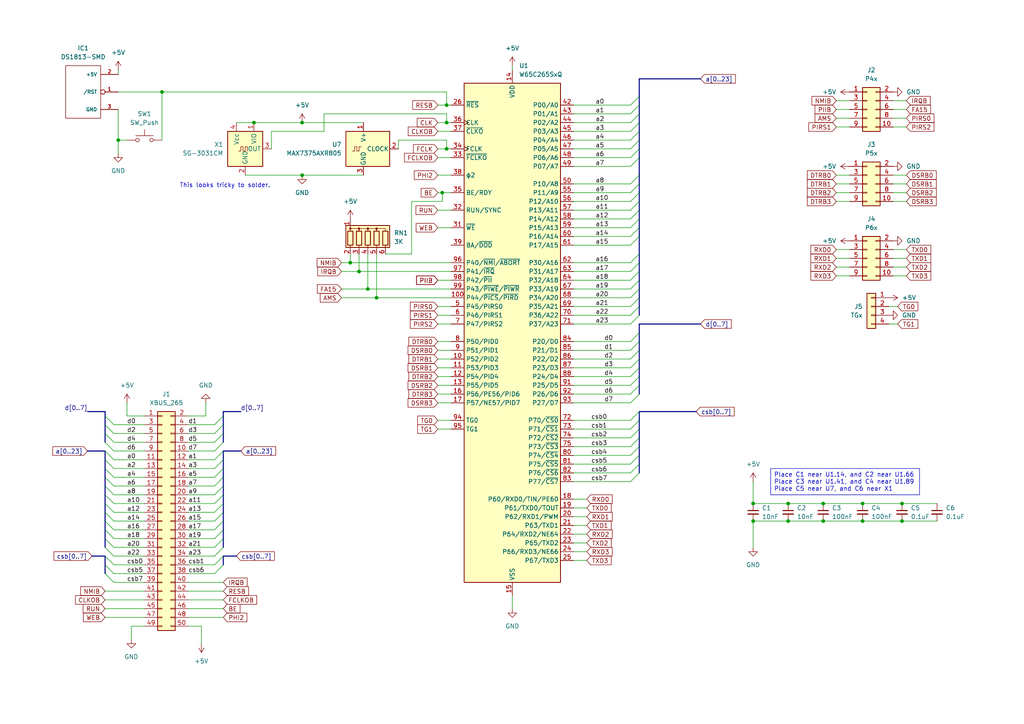
<source format=kicad_sch>
(kicad_sch (version 20230121) (generator eeschema)
  (paper "A4")
  (junction (at 46.99 26.67))
  (junction (at 250.19 146.05))
  (junction (at 218.44 151.13))
  (junction (at 261.62 146.05))
  (junction (at 34.29 40.64))
  (junction (at 87.63 50.8))
  (junction (at 106.68 83.82))
  (junction (at 87.63 35.56))
  (junction (at 228.6 151.13))
  (junction (at 228.6 146.05))
  (junction (at 109.22 86.36))
  (junction (at 238.76 151.13))
  (junction (at 250.19 151.13))
  (junction (at 129.54 30.48))
  (junction (at 261.62 151.13))
  (junction (at 73.66 35.56))
  (junction (at 129.54 35.56))
  (junction (at 238.76 146.05))
  (junction (at 128.27 55.88))
  (junction (at 104.14 78.74))
  (junction (at 101.6 76.2))
  (junction (at 129.54 43.18))
  (junction (at 218.44 146.05))
  (bus_entry (at 185.42 96.52) (size -2.54 2.54))
  (bus_entry (at 30.48 130.81) (size 2.54 2.54))
  (bus_entry (at 185.42 58.42) (size -2.54 2.54))
  (bus_entry (at 64.77 156.21) (size -2.54 2.54))
  (bus_entry (at 185.42 88.9) (size -2.54 2.54))
  (bus_entry (at 185.42 30.48) (size -2.54 2.54))
  (bus_entry (at 30.48 135.89) (size 2.54 2.54))
  (bus_entry (at 185.42 86.36) (size -2.54 2.54))
  (bus_entry (at 185.42 109.22) (size -2.54 2.54))
  (bus_entry (at 64.77 130.81) (size -2.54 2.54))
  (bus_entry (at 64.77 153.67) (size -2.54 2.54))
  (bus_entry (at 64.77 146.05) (size -2.54 2.54))
  (bus_entry (at 30.48 140.97) (size 2.54 2.54))
  (bus_entry (at 185.42 137.16) (size -2.54 2.54))
  (bus_entry (at 185.42 38.1) (size -2.54 2.54))
  (bus_entry (at 185.42 45.72) (size -2.54 2.54))
  (bus_entry (at 185.42 33.02) (size -2.54 2.54))
  (bus_entry (at 185.42 101.6) (size -2.54 2.54))
  (bus_entry (at 185.42 99.06) (size -2.54 2.54))
  (bus_entry (at 185.42 83.82) (size -2.54 2.54))
  (bus_entry (at 30.48 143.51) (size 2.54 2.54))
  (bus_entry (at 64.77 128.27) (size -2.54 2.54))
  (bus_entry (at 185.42 129.54) (size -2.54 2.54))
  (bus_entry (at 64.77 158.75) (size -2.54 2.54))
  (bus_entry (at 185.42 73.66) (size -2.54 2.54))
  (bus_entry (at 30.48 153.67) (size 2.54 2.54))
  (bus_entry (at 30.48 156.21) (size 2.54 2.54))
  (bus_entry (at 185.42 60.96) (size -2.54 2.54))
  (bus_entry (at 185.42 111.76) (size -2.54 2.54))
  (bus_entry (at 185.42 121.92) (size -2.54 2.54))
  (bus_entry (at 185.42 66.04) (size -2.54 2.54))
  (bus_entry (at 185.42 55.88) (size -2.54 2.54))
  (bus_entry (at 185.42 50.8) (size -2.54 2.54))
  (bus_entry (at 30.48 123.19) (size 2.54 2.54))
  (bus_entry (at 185.42 91.44) (size -2.54 2.54))
  (bus_entry (at 185.42 76.2) (size -2.54 2.54))
  (bus_entry (at 64.77 120.65) (size -2.54 2.54))
  (bus_entry (at 185.42 27.94) (size -2.54 2.54))
  (bus_entry (at 30.48 148.59) (size 2.54 2.54))
  (bus_entry (at 30.48 166.37) (size 2.54 2.54))
  (bus_entry (at 185.42 43.18) (size -2.54 2.54))
  (bus_entry (at 64.77 161.29) (size -2.54 2.54))
  (bus_entry (at 30.48 146.05) (size 2.54 2.54))
  (bus_entry (at 30.48 151.13) (size 2.54 2.54))
  (bus_entry (at 185.42 35.56) (size -2.54 2.54))
  (bus_entry (at 64.77 140.97) (size -2.54 2.54))
  (bus_entry (at 30.48 138.43) (size 2.54 2.54))
  (bus_entry (at 64.77 163.83) (size -2.54 2.54))
  (bus_entry (at 30.48 120.65) (size 2.54 2.54))
  (bus_entry (at 30.48 125.73) (size 2.54 2.54))
  (bus_entry (at 30.48 158.75) (size 2.54 2.54))
  (bus_entry (at 30.48 133.35) (size 2.54 2.54))
  (bus_entry (at 64.77 143.51) (size -2.54 2.54))
  (bus_entry (at 185.42 78.74) (size -2.54 2.54))
  (bus_entry (at 185.42 68.58) (size -2.54 2.54))
  (bus_entry (at 185.42 40.64) (size -2.54 2.54))
  (bus_entry (at 64.77 135.89) (size -2.54 2.54))
  (bus_entry (at 185.42 106.68) (size -2.54 2.54))
  (bus_entry (at 185.42 127) (size -2.54 2.54))
  (bus_entry (at 30.48 161.29) (size 2.54 2.54))
  (bus_entry (at 64.77 133.35) (size -2.54 2.54))
  (bus_entry (at 185.42 119.38) (size -2.54 2.54))
  (bus_entry (at 185.42 114.3) (size -2.54 2.54))
  (bus_entry (at 185.42 81.28) (size -2.54 2.54))
  (bus_entry (at 30.48 163.83) (size 2.54 2.54))
  (bus_entry (at 30.48 128.27) (size 2.54 2.54))
  (bus_entry (at 185.42 134.62) (size -2.54 2.54))
  (bus_entry (at 185.42 124.46) (size -2.54 2.54))
  (bus_entry (at 64.77 123.19) (size -2.54 2.54))
  (bus_entry (at 64.77 125.73) (size -2.54 2.54))
  (bus_entry (at 64.77 151.13) (size -2.54 2.54))
  (bus_entry (at 185.42 63.5) (size -2.54 2.54))
  (bus_entry (at 64.77 148.59) (size -2.54 2.54))
  (bus_entry (at 64.77 138.43) (size -2.54 2.54))
  (bus_entry (at 185.42 132.08) (size -2.54 2.54))
  (bus_entry (at 185.42 53.34) (size -2.54 2.54))
  (bus_entry (at 185.42 104.14) (size -2.54 2.54))
  (wire (pts (xy 104.14 78.74) (xy 130.81 78.74)))
  (bus (pts (xy 185.42 88.9) (xy 185.42 86.36)))
  (wire (pts (xy 78.74 38.1) (xy 78.74 43.18)))
  (bus (pts (xy 69.85 130.81) (xy 64.77 130.81)))
  (bus (pts (xy 185.42 93.98) (xy 203.2 93.98)))
  (bus (pts (xy 64.77 148.59) (xy 64.77 151.13)))
  (bus (pts (xy 64.77 161.29) (xy 64.77 163.83)))
  (bus (pts (xy 185.42 106.68) (xy 185.42 109.22)))
  (wire (pts (xy 127 104.14) (xy 130.81 104.14)))
  (bus (pts (xy 30.48 133.35) (xy 30.48 135.89)))
  (wire (pts (xy 127 121.92) (xy 130.81 121.92)))
  (wire (pts (xy 166.37 63.5) (xy 182.88 63.5)))
  (wire (pts (xy 54.61 158.75) (xy 62.23 158.75)))
  (wire (pts (xy 127 45.72) (xy 130.81 45.72)))
  (wire (pts (xy 115.57 40.64) (xy 129.54 40.64)))
  (wire (pts (xy 166.37 144.78) (xy 170.18 144.78)))
  (wire (pts (xy 127 114.3) (xy 130.81 114.3)))
  (wire (pts (xy 101.6 73.66) (xy 101.6 76.2)))
  (wire (pts (xy 54.61 143.51) (xy 62.23 143.51)))
  (bus (pts (xy 185.42 50.8) (xy 185.42 53.34)))
  (bus (pts (xy 30.48 120.65) (xy 30.48 123.19)))
  (bus (pts (xy 185.42 66.04) (xy 185.42 63.5)))
  (wire (pts (xy 127 81.28) (xy 130.81 81.28)))
  (wire (pts (xy 166.37 78.74) (xy 182.88 78.74)))
  (wire (pts (xy 109.22 86.36) (xy 130.81 86.36)))
  (wire (pts (xy 218.44 151.13) (xy 218.44 158.75)))
  (wire (pts (xy 166.37 58.42) (xy 182.88 58.42)))
  (wire (pts (xy 166.37 106.68) (xy 182.88 106.68)))
  (wire (pts (xy 166.37 109.22) (xy 182.88 109.22)))
  (wire (pts (xy 33.02 166.37) (xy 41.91 166.37)))
  (wire (pts (xy 127 55.88) (xy 128.27 55.88)))
  (wire (pts (xy 127 60.96) (xy 130.81 60.96)))
  (bus (pts (xy 185.42 30.48) (xy 185.42 27.94)))
  (wire (pts (xy 87.63 35.56) (xy 105.41 35.56)))
  (wire (pts (xy 166.37 149.86) (xy 170.18 149.86)))
  (bus (pts (xy 64.77 153.67) (xy 64.77 156.21)))
  (bus (pts (xy 185.42 101.6) (xy 185.42 104.14)))
  (wire (pts (xy 54.61 133.35) (xy 62.23 133.35)))
  (bus (pts (xy 64.77 123.19) (xy 64.77 120.65)))
  (wire (pts (xy 101.6 76.2) (xy 130.81 76.2)))
  (wire (pts (xy 34.29 26.67) (xy 46.99 26.67)))
  (wire (pts (xy 242.57 34.29) (xy 246.38 34.29)))
  (wire (pts (xy 129.54 35.56) (xy 130.81 35.56)))
  (bus (pts (xy 185.42 137.16) (xy 185.42 134.62)))
  (wire (pts (xy 129.54 26.67) (xy 129.54 30.48)))
  (wire (pts (xy 33.02 161.29) (xy 41.91 161.29)))
  (bus (pts (xy 64.77 135.89) (xy 64.77 138.43)))
  (wire (pts (xy 242.57 74.93) (xy 246.38 74.93)))
  (wire (pts (xy 166.37 116.84) (xy 182.88 116.84)))
  (bus (pts (xy 30.48 163.83) (xy 30.48 166.37)))
  (wire (pts (xy 259.08 74.93) (xy 262.89 74.93)))
  (wire (pts (xy 33.02 143.51) (xy 41.91 143.51)))
  (bus (pts (xy 30.48 146.05) (xy 30.48 148.59)))
  (wire (pts (xy 93.98 33.02) (xy 93.98 38.1)))
  (wire (pts (xy 33.02 146.05) (xy 41.91 146.05)))
  (wire (pts (xy 166.37 55.88) (xy 182.88 55.88)))
  (wire (pts (xy 54.61 173.99) (xy 64.77 173.99)))
  (bus (pts (xy 185.42 76.2) (xy 185.42 73.66)))
  (wire (pts (xy 259.08 58.42) (xy 262.89 58.42)))
  (wire (pts (xy 127 38.1) (xy 130.81 38.1)))
  (wire (pts (xy 127 50.8) (xy 130.81 50.8)))
  (wire (pts (xy 259.08 53.34) (xy 262.89 53.34)))
  (bus (pts (xy 185.42 78.74) (xy 185.42 76.2)))
  (wire (pts (xy 33.02 153.67) (xy 41.91 153.67)))
  (wire (pts (xy 127 106.68) (xy 130.81 106.68)))
  (wire (pts (xy 166.37 114.3) (xy 182.88 114.3)))
  (wire (pts (xy 54.61 171.45) (xy 64.77 171.45)))
  (wire (pts (xy 33.02 156.21) (xy 41.91 156.21)))
  (bus (pts (xy 185.42 35.56) (xy 185.42 33.02)))
  (wire (pts (xy 109.22 73.66) (xy 109.22 86.36)))
  (wire (pts (xy 242.57 72.39) (xy 246.38 72.39)))
  (wire (pts (xy 250.19 151.13) (xy 261.62 151.13)))
  (wire (pts (xy 54.61 163.83) (xy 62.23 163.83)))
  (bus (pts (xy 185.42 109.22) (xy 185.42 111.76)))
  (wire (pts (xy 228.6 146.05) (xy 238.76 146.05)))
  (wire (pts (xy 129.54 33.02) (xy 93.98 33.02)))
  (wire (pts (xy 115.57 43.18) (xy 115.57 40.64)))
  (wire (pts (xy 54.61 168.91) (xy 64.77 168.91)))
  (wire (pts (xy 54.61 125.73) (xy 62.23 125.73)))
  (wire (pts (xy 166.37 91.44) (xy 182.88 91.44)))
  (bus (pts (xy 30.48 119.38) (xy 25.4 119.38)))
  (bus (pts (xy 185.42 38.1) (xy 185.42 35.56)))
  (wire (pts (xy 257.81 88.9) (xy 260.35 88.9)))
  (wire (pts (xy 54.61 176.53) (xy 64.77 176.53)))
  (wire (pts (xy 166.37 134.62) (xy 182.88 134.62)))
  (wire (pts (xy 259.08 36.83) (xy 262.89 36.83)))
  (wire (pts (xy 36.83 116.84) (xy 36.83 120.65)))
  (wire (pts (xy 238.76 151.13) (xy 250.19 151.13)))
  (bus (pts (xy 64.77 156.21) (xy 64.77 158.75)))
  (bus (pts (xy 30.48 143.51) (xy 30.48 146.05)))
  (wire (pts (xy 54.61 148.59) (xy 62.23 148.59)))
  (wire (pts (xy 99.06 78.74) (xy 104.14 78.74)))
  (wire (pts (xy 257.81 93.98) (xy 260.35 93.98)))
  (wire (pts (xy 33.02 130.81) (xy 41.91 130.81)))
  (wire (pts (xy 166.37 33.02) (xy 182.88 33.02)))
  (wire (pts (xy 166.37 132.08) (xy 182.88 132.08)))
  (wire (pts (xy 34.29 40.64) (xy 36.83 40.64)))
  (bus (pts (xy 185.42 96.52) (xy 185.42 99.06)))
  (bus (pts (xy 185.42 33.02) (xy 185.42 30.48)))
  (wire (pts (xy 218.44 151.13) (xy 228.6 151.13)))
  (bus (pts (xy 64.77 130.81) (xy 64.77 133.35)))
  (wire (pts (xy 33.02 168.91) (xy 41.91 168.91)))
  (bus (pts (xy 185.42 45.72) (xy 185.42 50.8)))
  (bus (pts (xy 30.48 138.43) (xy 30.48 140.97)))
  (bus (pts (xy 185.42 93.98) (xy 185.42 96.52)))
  (bus (pts (xy 185.42 129.54) (xy 185.42 127)))
  (wire (pts (xy 104.14 73.66) (xy 104.14 78.74)))
  (wire (pts (xy 166.37 99.06) (xy 182.88 99.06)))
  (bus (pts (xy 30.48 130.81) (xy 30.48 133.35)))
  (wire (pts (xy 54.61 161.29) (xy 62.23 161.29)))
  (wire (pts (xy 119.38 73.66) (xy 111.76 73.66)))
  (wire (pts (xy 34.29 20.32) (xy 34.29 21.59)))
  (wire (pts (xy 127 93.98) (xy 130.81 93.98)))
  (wire (pts (xy 46.99 26.67) (xy 46.99 40.64)))
  (wire (pts (xy 166.37 83.82) (xy 182.88 83.82)))
  (wire (pts (xy 166.37 104.14) (xy 182.88 104.14)))
  (wire (pts (xy 242.57 29.21) (xy 246.38 29.21)))
  (bus (pts (xy 64.77 140.97) (xy 64.77 143.51)))
  (wire (pts (xy 71.12 50.8) (xy 87.63 50.8)))
  (wire (pts (xy 127 88.9) (xy 130.81 88.9)))
  (bus (pts (xy 185.42 104.14) (xy 185.42 106.68)))
  (wire (pts (xy 58.42 181.61) (xy 58.42 186.69)))
  (wire (pts (xy 127 101.6) (xy 130.81 101.6)))
  (wire (pts (xy 127 43.18) (xy 129.54 43.18)))
  (wire (pts (xy 128.27 55.88) (xy 130.81 55.88)))
  (wire (pts (xy 166.37 93.98) (xy 182.88 93.98)))
  (wire (pts (xy 119.38 58.42) (xy 119.38 73.66)))
  (wire (pts (xy 259.08 72.39) (xy 262.89 72.39)))
  (wire (pts (xy 87.63 50.8) (xy 105.41 50.8)))
  (bus (pts (xy 30.48 153.67) (xy 30.48 156.21)))
  (wire (pts (xy 128.27 58.42) (xy 119.38 58.42)))
  (wire (pts (xy 166.37 43.18) (xy 182.88 43.18)))
  (wire (pts (xy 54.61 140.97) (xy 62.23 140.97)))
  (bus (pts (xy 185.42 86.36) (xy 185.42 83.82)))
  (wire (pts (xy 166.37 38.1) (xy 182.88 38.1)))
  (wire (pts (xy 38.1 181.61) (xy 38.1 185.42)))
  (wire (pts (xy 54.61 181.61) (xy 58.42 181.61)))
  (bus (pts (xy 64.77 138.43) (xy 64.77 140.97)))
  (wire (pts (xy 54.61 179.07) (xy 64.77 179.07)))
  (wire (pts (xy 33.02 123.19) (xy 41.91 123.19)))
  (wire (pts (xy 30.48 176.53) (xy 41.91 176.53)))
  (wire (pts (xy 250.19 146.05) (xy 261.62 146.05)))
  (bus (pts (xy 185.42 121.92) (xy 185.42 119.38)))
  (bus (pts (xy 64.77 151.13) (xy 64.77 153.67)))
  (wire (pts (xy 166.37 40.64) (xy 182.88 40.64)))
  (wire (pts (xy 129.54 30.48) (xy 130.81 30.48)))
  (wire (pts (xy 166.37 154.94) (xy 170.18 154.94)))
  (bus (pts (xy 185.42 27.94) (xy 185.42 22.86)))
  (wire (pts (xy 54.61 166.37) (xy 62.23 166.37)))
  (wire (pts (xy 242.57 36.83) (xy 246.38 36.83)))
  (bus (pts (xy 185.42 78.74) (xy 185.42 81.28)))
  (wire (pts (xy 259.08 80.01) (xy 262.89 80.01)))
  (bus (pts (xy 30.48 151.13) (xy 30.48 153.67)))
  (wire (pts (xy 127 91.44) (xy 130.81 91.44)))
  (bus (pts (xy 30.48 140.97) (xy 30.48 143.51)))
  (wire (pts (xy 54.61 120.65) (xy 59.69 120.65)))
  (wire (pts (xy 261.62 146.05) (xy 271.78 146.05)))
  (bus (pts (xy 30.48 125.73) (xy 30.48 128.27)))
  (bus (pts (xy 30.48 135.89) (xy 30.48 138.43)))
  (wire (pts (xy 73.66 35.56) (xy 87.63 35.56)))
  (wire (pts (xy 59.69 116.84) (xy 59.69 120.65)))
  (wire (pts (xy 242.57 55.88) (xy 246.38 55.88)))
  (bus (pts (xy 185.42 91.44) (xy 185.42 88.9)))
  (wire (pts (xy 33.02 138.43) (xy 41.91 138.43)))
  (bus (pts (xy 30.48 148.59) (xy 30.48 151.13)))
  (wire (pts (xy 33.02 148.59) (xy 41.91 148.59)))
  (wire (pts (xy 166.37 76.2) (xy 182.88 76.2)))
  (wire (pts (xy 259.08 34.29) (xy 262.89 34.29)))
  (wire (pts (xy 166.37 53.34) (xy 182.88 53.34)))
  (wire (pts (xy 93.98 38.1) (xy 78.74 38.1)))
  (wire (pts (xy 33.02 151.13) (xy 41.91 151.13)))
  (wire (pts (xy 259.08 31.75) (xy 262.89 31.75)))
  (wire (pts (xy 242.57 50.8) (xy 246.38 50.8)))
  (wire (pts (xy 33.02 125.73) (xy 41.91 125.73)))
  (wire (pts (xy 99.06 86.36) (xy 109.22 86.36)))
  (bus (pts (xy 30.48 156.21) (xy 30.48 158.75)))
  (wire (pts (xy 129.54 26.67) (xy 46.99 26.67)))
  (bus (pts (xy 68.58 161.29) (xy 64.77 161.29)))
  (wire (pts (xy 166.37 139.7) (xy 182.88 139.7)))
  (bus (pts (xy 185.42 83.82) (xy 185.42 81.28)))
  (wire (pts (xy 148.59 172.72) (xy 148.59 176.53)))
  (wire (pts (xy 242.57 77.47) (xy 246.38 77.47)))
  (wire (pts (xy 54.61 135.89) (xy 62.23 135.89)))
  (bus (pts (xy 26.67 161.29) (xy 30.48 161.29)))
  (bus (pts (xy 185.42 40.64) (xy 185.42 38.1)))
  (wire (pts (xy 127 99.06) (xy 130.81 99.06)))
  (bus (pts (xy 185.42 60.96) (xy 185.42 58.42)))
  (wire (pts (xy 68.58 35.56) (xy 73.66 35.56)))
  (bus (pts (xy 185.42 124.46) (xy 185.42 121.92)))
  (wire (pts (xy 33.02 163.83) (xy 41.91 163.83)))
  (bus (pts (xy 64.77 128.27) (xy 64.77 125.73)))
  (wire (pts (xy 99.06 83.82) (xy 106.68 83.82)))
  (bus (pts (xy 185.42 22.86) (xy 203.2 22.86)))
  (wire (pts (xy 166.37 160.02) (xy 170.18 160.02)))
  (wire (pts (xy 54.61 146.05) (xy 62.23 146.05)))
  (bus (pts (xy 185.42 45.72) (xy 185.42 43.18)))
  (wire (pts (xy 54.61 153.67) (xy 62.23 153.67)))
  (bus (pts (xy 25.4 130.81) (xy 30.48 130.81)))
  (wire (pts (xy 166.37 35.56) (xy 182.88 35.56)))
  (wire (pts (xy 99.06 76.2) (xy 101.6 76.2)))
  (bus (pts (xy 185.42 99.06) (xy 185.42 101.6)))
  (wire (pts (xy 30.48 171.45) (xy 41.91 171.45)))
  (bus (pts (xy 30.48 161.29) (xy 30.48 163.83)))
  (wire (pts (xy 54.61 138.43) (xy 62.23 138.43)))
  (wire (pts (xy 218.44 139.7) (xy 218.44 146.05)))
  (wire (pts (xy 30.48 173.99) (xy 41.91 173.99)))
  (bus (pts (xy 185.42 134.62) (xy 185.42 132.08)))
  (wire (pts (xy 166.37 81.28) (xy 182.88 81.28)))
  (wire (pts (xy 166.37 121.92) (xy 182.88 121.92)))
  (bus (pts (xy 185.42 127) (xy 185.42 124.46)))
  (bus (pts (xy 185.42 43.18) (xy 185.42 40.64)))
  (wire (pts (xy 128.27 55.88) (xy 128.27 58.42)))
  (wire (pts (xy 127 124.46) (xy 130.81 124.46)))
  (wire (pts (xy 166.37 129.54) (xy 182.88 129.54)))
  (wire (pts (xy 34.29 40.64) (xy 34.29 44.45)))
  (wire (pts (xy 33.02 158.75) (xy 41.91 158.75)))
  (wire (pts (xy 242.57 31.75) (xy 246.38 31.75)))
  (wire (pts (xy 36.83 120.65) (xy 41.91 120.65)))
  (wire (pts (xy 166.37 127) (xy 182.88 127)))
  (wire (pts (xy 166.37 137.16) (xy 182.88 137.16)))
  (wire (pts (xy 166.37 101.6) (xy 182.88 101.6)))
  (wire (pts (xy 166.37 60.96) (xy 182.88 60.96)))
  (wire (pts (xy 54.61 151.13) (xy 62.23 151.13)))
  (wire (pts (xy 30.48 179.07) (xy 41.91 179.07)))
  (wire (pts (xy 166.37 86.36) (xy 182.88 86.36)))
  (wire (pts (xy 242.57 80.01) (xy 246.38 80.01)))
  (wire (pts (xy 259.08 29.21) (xy 262.89 29.21)))
  (bus (pts (xy 64.77 119.38) (xy 69.85 119.38)))
  (wire (pts (xy 242.57 58.42) (xy 246.38 58.42)))
  (wire (pts (xy 166.37 68.58) (xy 182.88 68.58)))
  (bus (pts (xy 64.77 146.05) (xy 64.77 148.59)))
  (wire (pts (xy 242.57 53.34) (xy 246.38 53.34)))
  (wire (pts (xy 129.54 43.18) (xy 130.81 43.18)))
  (wire (pts (xy 34.29 31.75) (xy 34.29 40.64)))
  (bus (pts (xy 64.77 125.73) (xy 64.77 123.19)))
  (wire (pts (xy 33.02 135.89) (xy 41.91 135.89)))
  (wire (pts (xy 166.37 66.04) (xy 182.88 66.04)))
  (wire (pts (xy 148.59 19.05) (xy 148.59 20.32)))
  (wire (pts (xy 166.37 147.32) (xy 170.18 147.32)))
  (bus (pts (xy 185.42 73.66) (xy 185.42 68.58)))
  (wire (pts (xy 127 109.22) (xy 130.81 109.22)))
  (wire (pts (xy 166.37 124.46) (xy 182.88 124.46)))
  (bus (pts (xy 185.42 63.5) (xy 185.42 60.96)))
  (wire (pts (xy 62.23 123.19) (xy 54.61 123.19)))
  (wire (pts (xy 38.1 181.61) (xy 41.91 181.61)))
  (wire (pts (xy 127 35.56) (xy 129.54 35.56)))
  (wire (pts (xy 54.61 156.21) (xy 62.23 156.21)))
  (wire (pts (xy 166.37 162.56) (xy 170.18 162.56)))
  (bus (pts (xy 30.48 123.19) (xy 30.48 125.73)))
  (wire (pts (xy 127 30.48) (xy 129.54 30.48)))
  (wire (pts (xy 259.08 77.47) (xy 262.89 77.47)))
  (wire (pts (xy 259.08 50.8) (xy 262.89 50.8)))
  (wire (pts (xy 166.37 111.76) (xy 182.88 111.76)))
  (bus (pts (xy 185.42 132.08) (xy 185.42 129.54)))
  (wire (pts (xy 106.68 73.66) (xy 106.68 83.82)))
  (bus (pts (xy 30.48 119.38) (xy 30.48 120.65)))
  (bus (pts (xy 64.77 143.51) (xy 64.77 146.05)))
  (wire (pts (xy 228.6 151.13) (xy 238.76 151.13)))
  (wire (pts (xy 166.37 48.26) (xy 182.88 48.26)))
  (bus (pts (xy 64.77 120.65) (xy 64.77 119.38)))
  (wire (pts (xy 261.62 151.13) (xy 271.78 151.13)))
  (wire (pts (xy 238.76 146.05) (xy 250.19 146.05)))
  (wire (pts (xy 166.37 45.72) (xy 182.88 45.72)))
  (wire (pts (xy 166.37 30.48) (xy 182.88 30.48)))
  (wire (pts (xy 129.54 40.64) (xy 129.54 43.18)))
  (wire (pts (xy 259.08 55.88) (xy 262.89 55.88)))
  (bus (pts (xy 185.42 55.88) (xy 185.42 53.34)))
  (wire (pts (xy 33.02 128.27) (xy 41.91 128.27)))
  (bus (pts (xy 185.42 119.38) (xy 201.93 119.38)))
  (wire (pts (xy 54.61 128.27) (xy 62.23 128.27)))
  (wire (pts (xy 166.37 152.4) (xy 170.18 152.4)))
  (wire (pts (xy 129.54 35.56) (xy 129.54 33.02)))
  (wire (pts (xy 127 111.76) (xy 130.81 111.76)))
  (bus (pts (xy 185.42 111.76) (xy 185.42 114.3)))
  (wire (pts (xy 218.44 146.05) (xy 228.6 146.05)))
  (wire (pts (xy 166.37 71.12) (xy 182.88 71.12)))
  (wire (pts (xy 127 66.04) (xy 130.81 66.04)))
  (wire (pts (xy 33.02 140.97) (xy 41.91 140.97)))
  (bus (pts (xy 64.77 133.35) (xy 64.77 135.89)))
  (wire (pts (xy 166.37 157.48) (xy 170.18 157.48)))
  (wire (pts (xy 33.02 133.35) (xy 41.91 133.35)))
  (wire (pts (xy 166.37 88.9) (xy 182.88 88.9)))
  (wire (pts (xy 54.61 130.81) (xy 62.23 130.81)))
  (wire (pts (xy 127 116.84) (xy 130.81 116.84)))
  (bus (pts (xy 185.42 58.42) (xy 185.42 55.88)))
  (wire (pts (xy 106.68 83.82) (xy 130.81 83.82)))
  (bus (pts (xy 185.42 68.58) (xy 185.42 66.04)))
  (text_box "Place C1 near U1.14, and C2 near U1.66\nPlace C3 near U1.41, and C4 near U1.89\nPlace C5 near U7, and C6 near X1" (at 223.52 135.89 0) (size 43.18 7.62) (effects (font (size 1.27 1.27)) (justify left top)))
  (text "This looks tricky to solder." (at 52.07 54.61 0) (effects (font (size 1.27 1.27)) (justify left bottom)))
  (label "a3" (at 172.72 38.1 0))
  (label "a9" (at 172.72 55.88 0))
  (label "a8" (at 172.72 53.34 0))
  (label "d4" (at 36.83 128.27 0))
  (label "a4" (at 36.83 138.43 0))
  (label "csb0" (at 171.45 121.92 0))
  (label "d7" (at 54.61 130.81 0))
  (label "a6" (at 172.72 45.72 0))
  (label "a8" (at 36.83 143.51 0))
  (label "a10" (at 36.83 146.05 0))
  (label "a11" (at 172.72 60.96 0))
  (label "a16" (at 172.72 76.2 0))
  (label "d2" (at 175.26 104.14 0))
  (label "d3" (at 54.61 125.73 0))
  (label "a17" (at 172.72 78.74 0))
  (label "csb1" (at 171.45 124.46 0))
  (label "d1" (at 54.61 123.19 0))
  (label "d[0..7]" (at 25.4 119.38 180))
  (label "a1" (at 172.72 33.02 0))
  (label "a14" (at 36.83 151.13 0))
  (label "d5" (at 175.26 111.76 0))
  (label "a20" (at 36.83 158.75 0))
  (label "a0" (at 36.83 133.35 0))
  (label "a1" (at 54.61 133.35 0))
  (label "d[0..7]" (at 69.85 119.38 0))
  (label "a20" (at 172.72 86.36 0))
  (label "d2" (at 36.83 125.73 0))
  (label "a0" (at 172.72 30.48 0))
  (label "csb5" (at 171.45 134.62 0))
  (label "a19" (at 54.61 156.21 0))
  (label "a18" (at 172.72 81.28 0))
  (label "d6" (at 175.26 114.3 0))
  (label "d0" (at 175.26 99.06 0))
  (label "csb7" (at 36.83 168.91 0))
  (label "d7" (at 175.26 116.84 0))
  (label "a4" (at 172.72 40.64 0))
  (label "csb1" (at 54.61 163.83 0))
  (label "csb4" (at 171.45 132.08 0))
  (label "a12" (at 172.72 63.5 0))
  (label "a17" (at 54.61 153.67 0))
  (label "a21" (at 172.72 88.9 0))
  (label "d4" (at 175.26 109.22 0))
  (label "a23" (at 54.61 161.29 0))
  (label "d0" (at 36.83 123.19 0))
  (label "a7" (at 172.72 48.26 0))
  (label "csb0" (at 36.83 163.83 0))
  (label "csb6" (at 54.61 166.37 0))
  (label "d6" (at 36.83 130.81 0))
  (label "a7" (at 54.61 140.97 0))
  (label "csb2" (at 171.45 127 0))
  (label "a15" (at 172.72 71.12 0))
  (label "d3" (at 175.26 106.68 0))
  (label "a11" (at 54.61 146.05 0))
  (label "a13" (at 54.61 148.59 0))
  (label "a22" (at 172.72 91.44 0))
  (label "a19" (at 172.72 83.82 0))
  (label "a5" (at 172.72 43.18 0))
  (label "a13" (at 172.72 66.04 0))
  (label "a2" (at 36.83 135.89 0))
  (label "csb5" (at 36.83 166.37 0))
  (label "a21" (at 54.61 158.75 0))
  (label "a12" (at 36.83 148.59 0))
  (label "a23" (at 172.72 93.98 0))
  (label "a2" (at 172.72 35.56 0))
  (label "a3" (at 54.61 135.89 0))
  (label "a18" (at 36.83 156.21 0))
  (label "csb6" (at 171.45 137.16 0))
  (label "a14" (at 172.72 68.58 0))
  (label "csb7" (at 171.45 139.7 0))
  (label "d5" (at 54.61 128.27 0))
  (label "csb3" (at 171.45 129.54 0))
  (label "a10" (at 172.72 58.42 0))
  (label "a22" (at 36.83 161.29 0))
  (label "a16" (at 36.83 153.67 0))
  (label "a9" (at 54.61 143.51 0))
  (label "d1" (at 175.26 101.6 0))
  (label "a5" (at 54.61 138.43 0))
  (label "a6" (at 36.83 140.97 0))
  (label "a15" (at 54.61 151.13 0))
  (global_label "TG0" (shape input) (at 127 121.92 180) (property "Intersheetrefs" "${INTERSHEET_REFS}" (effects hide)))
  (global_label "TXD2" (shape input) (at 170.18 157.48 0) (property "Intersheetrefs" "${INTERSHEET_REFS}" (effects hide)))
  (global_label "FCLKOB" (shape input) (at 127 45.72 180) (property "Intersheetrefs" "${INTERSHEET_REFS}" (effects hide)))
  (global_label "RXD0" (shape input) (at 170.18 144.78 0) (property "Intersheetrefs" "${INTERSHEET_REFS}" (effects hide)))
  (global_label "NMIB" (shape input) (at 30.48 171.45 180) (property "Intersheetrefs" "${INTERSHEET_REFS}" (effects hide)))
  (global_label "DSRB0" (shape input) (at 262.89 50.8 0) (property "Intersheetrefs" "${INTERSHEET_REFS}" (effects hide)))
  (global_label "DTRB0" (shape input) (at 127 99.06 180) (property "Intersheetrefs" "${INTERSHEET_REFS}" (effects hide)))
  (global_label "IRQB" (shape input) (at 99.06 78.74 180) (property "Intersheetrefs" "${INTERSHEET_REFS}" (effects hide)))
  (global_label "DSRB2" (shape input) (at 127 111.76 180) (property "Intersheetrefs" "${INTERSHEET_REFS}" (effects hide)))
  (global_label "NMIB" (shape input) (at 242.57 29.21 180) (property "Intersheetrefs" "${INTERSHEET_REFS}" (effects hide)))
  (global_label "CLKOB" (shape input) (at 30.48 173.99 180) (property "Intersheetrefs" "${INTERSHEET_REFS}" (effects hide)))
  (global_label "DTRB3" (shape input) (at 242.57 58.42 180) (property "Intersheetrefs" "${INTERSHEET_REFS}" (effects hide)))
  (global_label "WEB" (shape input) (at 30.48 179.07 180) (property "Intersheetrefs" "${INTERSHEET_REFS}" (effects hide)))
  (global_label "RXD3" (shape input) (at 170.18 160.02 0) (property "Intersheetrefs" "${INTERSHEET_REFS}" (effects hide)))
  (global_label "PIRS0" (shape input) (at 127 88.9 180) (property "Intersheetrefs" "${INTERSHEET_REFS}" (effects hide)))
  (global_label "PHI2" (shape input) (at 64.77 179.07 0) (property "Intersheetrefs" "${INTERSHEET_REFS}" (effects hide)))
  (global_label "RXD2" (shape input) (at 242.57 77.47 180) (property "Intersheetrefs" "${INTERSHEET_REFS}" (effects hide)))
  (global_label "RXD3" (shape input) (at 242.57 80.01 180) (property "Intersheetrefs" "${INTERSHEET_REFS}" (effects hide)))
  (global_label "IRQB" (shape input) (at 64.77 168.91 0) (property "Intersheetrefs" "${INTERSHEET_REFS}" (effects hide)))
  (global_label "TXD0" (shape input) (at 262.89 72.39 0) (property "Intersheetrefs" "${INTERSHEET_REFS}" (effects hide)))
  (global_label "DTRB0" (shape input) (at 242.57 50.8 180) (property "Intersheetrefs" "${INTERSHEET_REFS}" (effects hide)))
  (global_label "RUN" (shape input) (at 127 60.96 180) (property "Intersheetrefs" "${INTERSHEET_REFS}" (effects hide)))
  (global_label "DSRB1" (shape input) (at 127 106.68 180) (property "Intersheetrefs" "${INTERSHEET_REFS}" (effects hide)))
  (global_label "TXD1" (shape input) (at 262.89 74.93 0) (property "Intersheetrefs" "${INTERSHEET_REFS}" (effects hide)))
  (global_label "DTRB2" (shape input) (at 242.57 55.88 180) (property "Intersheetrefs" "${INTERSHEET_REFS}" (effects hide)))
  (global_label "PIRS2" (shape input) (at 127 93.98 180) (property "Intersheetrefs" "${INTERSHEET_REFS}" (effects hide)))
  (global_label "CLKOB" (shape input) (at 127 38.1 180) (property "Intersheetrefs" "${INTERSHEET_REFS}" (effects hide)))
  (global_label "RXD1" (shape input) (at 242.57 74.93 180) (property "Intersheetrefs" "${INTERSHEET_REFS}" (effects hide)))
  (global_label "DSRB1" (shape input) (at 262.89 53.34 0) (property "Intersheetrefs" "${INTERSHEET_REFS}" (effects hide)))
  (global_label "TXD3" (shape input) (at 262.89 80.01 0) (property "Intersheetrefs" "${INTERSHEET_REFS}" (effects hide)))
  (global_label "PIRS1" (shape input) (at 242.57 36.83 180) (property "Intersheetrefs" "${INTERSHEET_REFS}" (effects hide)))
  (global_label "PIRS2" (shape input) (at 262.89 36.83 0) (property "Intersheetrefs" "${INTERSHEET_REFS}" (effects hide)))
  (global_label "DSRB3" (shape input) (at 127 116.84 180) (property "Intersheetrefs" "${INTERSHEET_REFS}" (effects hide)))
  (global_label "TXD1" (shape input) (at 170.18 152.4 0) (property "Intersheetrefs" "${INTERSHEET_REFS}" (effects hide)))
  (global_label "TXD0" (shape input) (at 170.18 147.32 0) (property "Intersheetrefs" "${INTERSHEET_REFS}" (effects hide)))
  (global_label "FA15" (shape input) (at 262.89 31.75 0) (property "Intersheetrefs" "${INTERSHEET_REFS}" (effects hide)))
  (global_label "RXD0" (shape input) (at 242.57 72.39 180) (property "Intersheetrefs" "${INTERSHEET_REFS}" (effects hide)))
  (global_label "DTRB2" (shape input) (at 127 109.22 180) (property "Intersheetrefs" "${INTERSHEET_REFS}" (effects hide)))
  (global_label "FCLK" (shape input) (at 127 43.18 180) (property "Intersheetrefs" "${INTERSHEET_REFS}" (effects hide)))
  (global_label "TXD2" (shape input) (at 262.89 77.47 0) (property "Intersheetrefs" "${INTERSHEET_REFS}" (effects hide)))
  (global_label "RESB" (shape input) (at 127 30.48 180) (property "Intersheetrefs" "${INTERSHEET_REFS}" (effects hide)))
  (global_label "csb[0..7]" (shape input) (at 68.58 161.29 0) (property "Intersheetrefs" "${INTERSHEET_REFS}" (effects hide)))
  (global_label "csb[0..7]" (shape input) (at 26.67 161.29 180) (property "Intersheetrefs" "${INTERSHEET_REFS}" (effects hide)))
  (global_label "DTRB3" (shape input) (at 127 114.3 180) (property "Intersheetrefs" "${INTERSHEET_REFS}" (effects hide)))
  (global_label "DSRB2" (shape input) (at 262.89 55.88 0) (property "Intersheetrefs" "${INTERSHEET_REFS}" (effects hide)))
  (global_label "TXD3" (shape input) (at 170.18 162.56 0) (property "Intersheetrefs" "${INTERSHEET_REFS}" (effects hide)))
  (global_label "PIIB" (shape input) (at 127 81.28 180) (property "Intersheetrefs" "${INTERSHEET_REFS}" (effects hide)))
  (global_label "DTRB1" (shape input) (at 242.57 53.34 180) (property "Intersheetrefs" "${INTERSHEET_REFS}" (effects hide)))
  (global_label "RXD2" (shape input) (at 170.18 154.94 0) (property "Intersheetrefs" "${INTERSHEET_REFS}" (effects hide)))
  (global_label "DSRB3" (shape input) (at 262.89 58.42 0) (property "Intersheetrefs" "${INTERSHEET_REFS}" (effects hide)))
  (global_label "TG1" (shape input) (at 127 124.46 180) (property "Intersheetrefs" "${INTERSHEET_REFS}" (effects hide)))
  (global_label "NMIB" (shape input) (at 99.06 76.2 180) (property "Intersheetrefs" "${INTERSHEET_REFS}" (effects hide)))
  (global_label "a[0..23]" (shape input) (at 203.2 22.86 0) (property "Intersheetrefs" "${INTERSHEET_REFS}" (effects hide)))
  (global_label "IRQB" (shape input) (at 262.89 29.21 0) (property "Intersheetrefs" "${INTERSHEET_REFS}" (effects hide)))
  (global_label "BE" (shape input) (at 127 55.88 180) (property "Intersheetrefs" "${INTERSHEET_REFS}" (effects hide)))
  (global_label "AMS" (shape input) (at 99.06 86.36 180) (property "Intersheetrefs" "${INTERSHEET_REFS}" (effects hide)))
  (global_label "d[0..7]" (shape input) (at 203.2 93.98 0) (property "Intersheetrefs" "${INTERSHEET_REFS}" (effects hide)))
  (global_label "TG0" (shape input) (at 260.35 88.9 0) (property "Intersheetrefs" "${INTERSHEET_REFS}" (effects hide)))
  (global_label "PIRS1" (shape input) (at 127 91.44 180) (property "Intersheetrefs" "${INTERSHEET_REFS}" (effects hide)))
  (global_label "PHI2" (shape input) (at 127 50.8 180) (property "Intersheetrefs" "${INTERSHEET_REFS}" (effects hide)))
  (global_label "RESB" (shape input) (at 64.77 171.45 0) (property "Intersheetrefs" "${INTERSHEET_REFS}" (effects hide)))
  (global_label "csb[0..7]" (shape input) (at 201.93 119.38 0) (property "Intersheetrefs" "${INTERSHEET_REFS}" (effects hide)))
  (global_label "AMS" (shape input) (at 242.57 34.29 180) (property "Intersheetrefs" "${INTERSHEET_REFS}" (effects hide)))
  (global_label "a[0..23]" (shape input) (at 69.85 130.81 0) (property "Intersheetrefs" "${INTERSHEET_REFS}" (effects hide)))
  (global_label "RXD1" (shape input) (at 170.18 149.86 0) (property "Intersheetrefs" "${INTERSHEET_REFS}" (effects hide)))
  (global_label "WEB" (shape input) (at 127 66.04 180) (property "Intersheetrefs" "${INTERSHEET_REFS}" (effects hide)))
  (global_label "TG1" (shape input) (at 260.35 93.98 0) (property "Intersheetrefs" "${INTERSHEET_REFS}" (effects hide)))
  (global_label "RUN" (shape input) (at 30.48 176.53 180) (property "Intersheetrefs" "${INTERSHEET_REFS}" (effects hide)))
  (global_label "DSRB0" (shape input) (at 127 101.6 180) (property "Intersheetrefs" "${INTERSHEET_REFS}" (effects hide)))
  (global_label "FA15" (shape input) (at 99.06 83.82 180) (property "Intersheetrefs" "${INTERSHEET_REFS}" (effects hide)))
  (global_label "PIIB" (shape input) (at 242.57 31.75 180) (property "Intersheetrefs" "${INTERSHEET_REFS}" (effects hide)))
  (global_label "CLK" (shape input) (at 127 35.56 180) (property "Intersheetrefs" "${INTERSHEET_REFS}" (effects hide)))
  (global_label "BE" (shape input) (at 64.77 176.53 0) (property "Intersheetrefs" "${INTERSHEET_REFS}" (effects hide)))
  (global_label "PIRS0" (shape input) (at 262.89 34.29 0) (property "Intersheetrefs" "${INTERSHEET_REFS}" (effects hide)))
  (global_label "a[0..23]" (shape input) (at 25.4 130.81 180) (property "Intersheetrefs" "${INTERSHEET_REFS}" (effects hide)))
  (global_label "DTRB1" (shape input) (at 127 104.14 180) (property "Intersheetrefs" "${INTERSHEET_REFS}" (effects hide)))
  (global_label "FCLKOB" (shape input) (at 64.77 173.99 0) (property "Intersheetrefs" "${INTERSHEET_REFS}" (effects hide)))
  (global_label "PIIB" (shape input) (at 127 81.28 180) (property "Intersheetrefs" "${INTERSHEET_REFS}" (effects hide)))
  (symbol (lib_id "power:GND") (at 259.08 69.85 90) (unit 1)
    (property "Reference" "#PWR024" (effects hide))
    (property "Value" "GND" (at 262.89 69.85 90) (effects (justify right)))
  )
  (symbol (lib_id "Device:R_Network05") (at 106.68 68.58 0) (unit 1)
    (property "Reference" "RN1" (at 114.3 67.564 0) (effects (justify left)))
    (property "Value" "3K" (at 114.3 70.104 0) (effects (justify left)))
    (property "Footprint" "Resistor_THT:R_Array_SIP6" (effects hide))
    (property "Datasheet" "http://www.vishay.com/docs/31509/csc.pdf" (effects hide))
  )
  (symbol (lib_id "Switch:SW_Push") (at 41.91 40.64 0) (unit 1)
    (property "Reference" "SW1" (at 41.91 33.02 0))
    (property "Value" "SW_Push" (at 41.91 35.56 0))
  )
  (symbol (lib_id "Device:C_Small") (at 250.19 148.59 0) (unit 1)
    (property "Reference" "C4" (at 252.73 147.3263 0) (effects (justify left)))
    (property "Value" "100nF" (at 252.73 149.8663 0) (effects (justify left)))
  )
  (symbol (lib_id "power:+5V") (at 34.29 20.32 0) (unit 1)
    (property "Reference" "#PWR01" (effects hide))
    (property "Value" "+5V" (at 34.29 15.24 0))
  )
  (symbol (lib_id "power:+5V") (at 58.42 186.69 0) (mirror x) (unit 1)
    (property "Reference" "#PWR015" (effects hide))
    (property "Value" "+5V" (at 58.42 191.77 0))
  )
  (symbol (lib_id "power:+5V") (at 218.44 139.7 0) (unit 1)
    (property "Reference" "#PWR08" (effects hide))
    (property "Value" "+5V" (at 218.44 134.62 0))
  )
  (symbol (lib_id "PCM_65xx-library:W65C265SxQ") (at 148.59 96.52 0) (unit 1)
    (property "Reference" "U1" (at 150.5459 19.05 0) (effects (justify left)))
    (property "Value" "W65C265SxQ" (at 150.5459 21.59 0) (effects (justify left)))
    (property "Footprint" "Package_QFP:PQFP-100_14x20mm_P0.65mm" (effects hide))
    (property "Datasheet" "https://www.westerndesigncenter.com/wdc/documentation/w65c265s.pdf" (effects hide))
  )
  (symbol (lib_id "Device:C_Small") (at 238.76 148.59 0) (unit 1)
    (property "Reference" "C3" (at 241.3 147.3263 0) (effects (justify left)))
    (property "Value" "100nF" (at 241.3 149.8663 0) (effects (justify left)))
  )
  (symbol (lib_id "Device:C_Small") (at 228.6 148.59 0) (unit 1)
    (property "Reference" "C2" (at 231.14 147.3263 0) (effects (justify left)))
    (property "Value" "10nF" (at 231.14 149.8663 0) (effects (justify left)))
  )
  (symbol (lib_id "power:GND") (at 259.08 48.26 90) (unit 1)
    (property "Reference" "#PWR023" (effects hide))
    (property "Value" "GND" (at 262.89 48.26 90) (effects (justify right)))
  )
  (symbol (lib_id "power:GND") (at 34.29 44.45 0) (unit 1)
    (property "Reference" "#PWR02" (effects hide))
    (property "Value" "GND" (at 34.29 49.53 0))
  )
  (symbol (lib_id "Connector_Generic:Conn_02x25_Odd_Even") (at 46.99 151.13 0) (unit 1)
    (property "Reference" "J1" (at 48.26 114.3 0))
    (property "Value" "XBUS_265" (at 48.26 116.84 0))
  )
  (symbol (lib_id "Device:C_Small") (at 218.44 148.59 0) (unit 1)
    (property "Reference" "C1" (at 220.98 147.3263 0) (effects (justify left)))
    (property "Value" "10nF" (at 220.98 149.8663 0) (effects (justify left)))
  )
  (symbol (lib_id "power:+5V") (at 257.81 86.36 270) (unit 1)
    (property "Reference" "#PWR020" (effects hide))
    (property "Value" "+5V" (at 261.62 86.36 90) (effects (justify left)))
  )
  (symbol (lib_id "Device:C_Small") (at 271.78 148.59 0) (unit 1)
    (property "Reference" "C6" (at 274.32 147.3263 0) (effects (justify left)))
    (property "Value" "0.1uF" (at 274.32 149.8663 0) (effects (justify left)))
  )
  (symbol (lib_id "Oscillator:MAX7375AXR805") (at 105.41 43.18 0) (unit 1)
    (property "Reference" "U7" (at 99.06 41.91 0) (effects (justify right)))
    (property "Value" "MAX7375AXR805" (at 99.06 44.45 0) (effects (justify right)))
    (property "Footprint" "Package_TO_SOT_SMD:SOT-323_SC-70" (effects hide))
    (property "Datasheet" "https://datasheets.maximintegrated.com/en/ds/MAX7375.pdf" (effects hide))
  )
  (symbol (lib_id "power:+5V") (at 246.38 26.67 90) (unit 1)
    (property "Reference" "#PWR017" (effects hide))
    (property "Value" "+5V" (at 242.57 26.67 90) (effects (justify left)))
  )
  (symbol (lib_id "oshec_ds1813_revised:DS1813-SMD") (at 21.59 26.67 0) (unit 1)
    (property "Reference" "IC1" (at 24.13 13.97 0))
    (property "Value" "DS1813-SMD" (at 24.13 16.51 0))
    (property "Footprint" "ds1813_revised-SOT-23" (effects hide))
  )
  (symbol (lib_id "power:GND") (at 148.59 176.53 0) (unit 1)
    (property "Reference" "#PWR06" (effects hide))
    (property "Value" "GND" (at 148.59 181.61 0))
  )
  (symbol (lib_id "power:GND") (at 257.81 91.44 90) (unit 1)
    (property "Reference" "#PWR021" (effects hide))
    (property "Value" "GND" (at 261.62 91.44 90) (effects (justify right)))
  )
  (symbol (lib_id "power:GND") (at 59.69 116.84 0) (mirror x) (unit 1)
    (property "Reference" "#PWR016" (effects hide))
    (property "Value" "GND" (at 59.69 111.76 0))
  )
  (symbol (lib_id "power:+5V") (at 148.59 19.05 0) (unit 1)
    (property "Reference" "#PWR05" (effects hide))
    (property "Value" "+5V" (at 148.59 13.97 0))
  )
  (symbol (lib_id "power:+5V") (at 36.83 116.84 0) (unit 1)
    (property "Reference" "#PWR013" (effects hide))
    (property "Value" "+5V" (at 36.83 111.76 0))
  )
  (symbol (lib_id "Oscillator:SG-3030CM") (at 71.12 43.18 0) (unit 1)
    (property "Reference" "X1" (at 64.77 41.91 0) (effects (justify right)))
    (property "Value" "SG-3031CM" (at 64.77 44.45 0) (effects (justify right)))
    (property "Footprint" "Oscillator:Oscillator_SMD_SeikoEpson_SG3030CM" (effects hide))
    (property "Datasheet" "https://support.epson.biz/td/api/doc_check.php?mode=dl&lang=en&Parts=SG-3030CM" (effects hide))
  )
  (symbol (lib_id "Connector_Generic:Conn_02x05_Odd_Even") (at 251.46 74.93 0) (unit 1)
    (property "Reference" "J4" (at 252.73 63.5 0))
    (property "Value" "P6x" (at 252.73 66.04 0))
  )
  (symbol (lib_id "Connector_Generic:Conn_02x05_Odd_Even") (at 251.46 31.75 0) (unit 1)
    (property "Reference" "J2" (at 252.73 20.32 0))
    (property "Value" "P4x" (at 252.73 22.86 0))
  )
  (symbol (lib_id "power:GND") (at 87.63 50.8 0) (unit 1)
    (property "Reference" "#PWR09" (effects hide))
    (property "Value" "GND" (at 87.63 55.88 0))
  )
  (symbol (lib_id "Connector_Generic:Conn_01x04") (at 252.73 88.9 0) (mirror y) (unit 1)
    (property "Reference" "J5" (at 250.19 88.9 0) (effects (justify left)))
    (property "Value" "TGx" (at 250.19 91.44 0) (effects (justify left)))
  )
  (symbol (lib_id "power:GND") (at 218.44 158.75 0) (unit 1)
    (property "Reference" "#PWR07" (effects hide))
    (property "Value" "GND" (at 218.44 163.83 0))
  )
  (symbol (lib_id "Connector_Generic:Conn_02x05_Odd_Even") (at 251.46 53.34 0) (unit 1)
    (property "Reference" "J3" (at 252.73 41.91 0))
    (property "Value" "P5x" (at 252.73 44.45 0))
  )
  (symbol (lib_id "power:+5V") (at 246.38 48.26 90) (unit 1)
    (property "Reference" "#PWR018" (effects hide))
    (property "Value" "+5V" (at 242.57 48.26 90) (effects (justify left)))
  )
  (symbol (lib_id "power:+5V") (at 87.63 35.56 0) (unit 1)
    (property "Reference" "#PWR010" (effects hide))
    (property "Value" "+5V" (at 87.63 30.48 0))
  )
  (symbol (lib_id "power:+5V") (at 246.38 69.85 90) (unit 1)
    (property "Reference" "#PWR019" (effects hide))
    (property "Value" "+5V" (at 242.57 69.85 90) (effects (justify left)))
  )
  (symbol (lib_id "power:GND") (at 259.08 26.67 90) (unit 1)
    (property "Reference" "#PWR022" (effects hide))
    (property "Value" "GND" (at 262.89 26.67 90) (effects (justify right)))
  )
  (symbol (lib_id "Device:C_Small") (at 261.62 148.59 0) (unit 1)
    (property "Reference" "C5" (at 264.16 147.3263 0) (effects (justify left)))
    (property "Value" "0.1uF" (at 264.16 149.8663 0) (effects (justify left)))
  )
  (symbol (lib_id "power:+5V") (at 101.6 63.5 0) (unit 1)
    (property "Reference" "#PWR011" (effects hide))
    (property "Value" "+5V" (at 101.6 58.42 0))
  )
  (symbol (lib_id "power:GND") (at 38.1 185.42 0) (unit 1)
    (property "Reference" "#PWR014" (effects hide))
    (property "Value" "GND" (at 38.1 190.5 0))
  )
  (sheet (at 10.16 274.32) (size 287.02 166.37) (stroke (width 0.1524))
    (property "Sheetname" "RAM and EEPROM" (at 10.16 273.6084 0) (effects (justify left bottom)))
    (property "Sheetfile" "ram_and_eeprom_sch.kicad_sch" (at 10.16 441.2746 0) (effects (justify left top)))
  )
  (sheet (at 11.43 506.73) (size 292.1 196.85) (stroke (width 0.1524))
    (property "Sheetname" "Power, USB Serial, and IO" (at 11.43 506.0184 0) (effects (justify left bottom)))
    (property "Sheetfile" "serial_and_io_sch.kicad_sch" (at 11.43 704.1646 0) (effects (justify left top)))
  )
)
</source>
